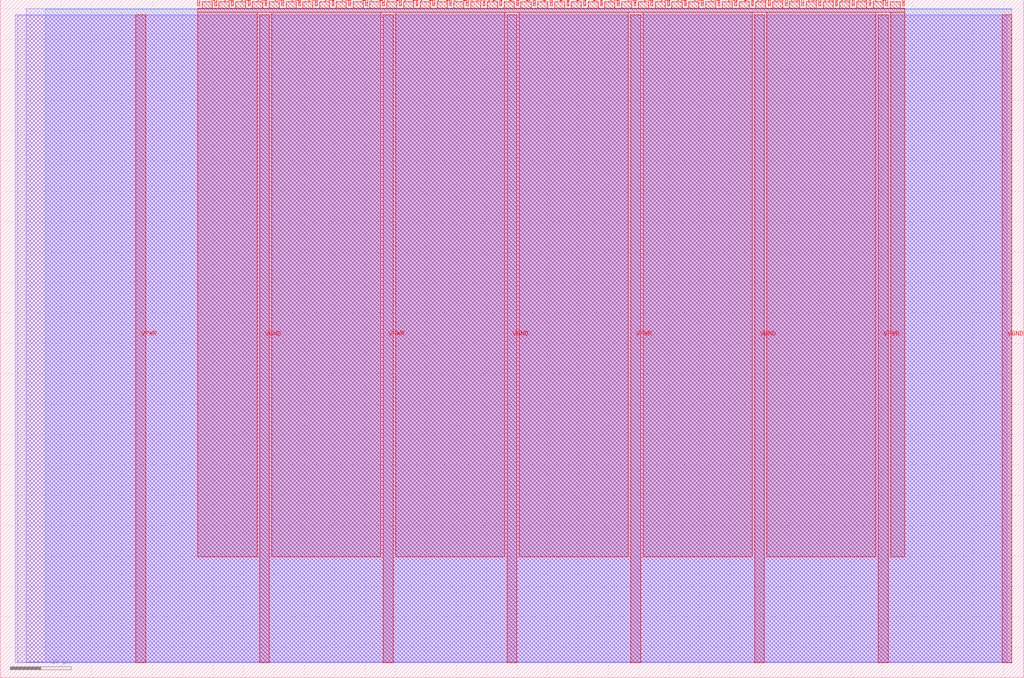
<source format=lef>
VERSION 5.7 ;
  NOWIREEXTENSIONATPIN ON ;
  DIVIDERCHAR "/" ;
  BUSBITCHARS "[]" ;
MACRO tt_um_devinatkin_stopwatch
  CLASS BLOCK ;
  FOREIGN tt_um_devinatkin_stopwatch ;
  ORIGIN 0.000 0.000 ;
  SIZE 168.360 BY 111.520 ;
  PIN VGND
    DIRECTION INOUT ;
    USE GROUND ;
    PORT
      LAYER met4 ;
        RECT 42.670 2.480 44.270 109.040 ;
    END
    PORT
      LAYER met4 ;
        RECT 83.380 2.480 84.980 109.040 ;
    END
    PORT
      LAYER met4 ;
        RECT 124.090 2.480 125.690 109.040 ;
    END
    PORT
      LAYER met4 ;
        RECT 164.800 2.480 166.400 109.040 ;
    END
  END VGND
  PIN VPWR
    DIRECTION INOUT ;
    USE POWER ;
    PORT
      LAYER met4 ;
        RECT 22.315 2.480 23.915 109.040 ;
    END
    PORT
      LAYER met4 ;
        RECT 63.025 2.480 64.625 109.040 ;
    END
    PORT
      LAYER met4 ;
        RECT 103.735 2.480 105.335 109.040 ;
    END
    PORT
      LAYER met4 ;
        RECT 144.445 2.480 146.045 109.040 ;
    END
  END VPWR
  PIN clk
    DIRECTION INPUT ;
    USE SIGNAL ;
    ANTENNAGATEAREA 0.852000 ;
    PORT
      LAYER met4 ;
        RECT 145.670 110.520 145.970 111.520 ;
    END
  END clk
  PIN ena
    DIRECTION INPUT ;
    USE SIGNAL ;
    ANTENNAGATEAREA 0.196500 ;
    PORT
      LAYER met4 ;
        RECT 148.430 110.520 148.730 111.520 ;
    END
  END ena
  PIN rst_n
    DIRECTION INPUT ;
    USE SIGNAL ;
    ANTENNAGATEAREA 0.159000 ;
    PORT
      LAYER met4 ;
        RECT 142.910 110.520 143.210 111.520 ;
    END
  END rst_n
  PIN ui_in[0]
    DIRECTION INPUT ;
    USE SIGNAL ;
    ANTENNAGATEAREA 0.196500 ;
    PORT
      LAYER met4 ;
        RECT 140.150 110.520 140.450 111.520 ;
    END
  END ui_in[0]
  PIN ui_in[1]
    DIRECTION INPUT ;
    USE SIGNAL ;
    ANTENNAGATEAREA 0.196500 ;
    PORT
      LAYER met4 ;
        RECT 137.390 110.520 137.690 111.520 ;
    END
  END ui_in[1]
  PIN ui_in[2]
    DIRECTION INPUT ;
    USE SIGNAL ;
    ANTENNAGATEAREA 0.196500 ;
    PORT
      LAYER met4 ;
        RECT 134.630 110.520 134.930 111.520 ;
    END
  END ui_in[2]
  PIN ui_in[3]
    DIRECTION INPUT ;
    USE SIGNAL ;
    ANTENNAGATEAREA 0.196500 ;
    PORT
      LAYER met4 ;
        RECT 131.870 110.520 132.170 111.520 ;
    END
  END ui_in[3]
  PIN ui_in[4]
    DIRECTION INPUT ;
    USE SIGNAL ;
    ANTENNAGATEAREA 0.196500 ;
    PORT
      LAYER met4 ;
        RECT 129.110 110.520 129.410 111.520 ;
    END
  END ui_in[4]
  PIN ui_in[5]
    DIRECTION INPUT ;
    USE SIGNAL ;
    ANTENNAGATEAREA 0.196500 ;
    PORT
      LAYER met4 ;
        RECT 126.350 110.520 126.650 111.520 ;
    END
  END ui_in[5]
  PIN ui_in[6]
    DIRECTION INPUT ;
    USE SIGNAL ;
    PORT
      LAYER met4 ;
        RECT 123.590 110.520 123.890 111.520 ;
    END
  END ui_in[6]
  PIN ui_in[7]
    DIRECTION INPUT ;
    USE SIGNAL ;
    PORT
      LAYER met4 ;
        RECT 120.830 110.520 121.130 111.520 ;
    END
  END ui_in[7]
  PIN uio_in[0]
    DIRECTION INPUT ;
    USE SIGNAL ;
    PORT
      LAYER met4 ;
        RECT 118.070 110.520 118.370 111.520 ;
    END
  END uio_in[0]
  PIN uio_in[1]
    DIRECTION INPUT ;
    USE SIGNAL ;
    PORT
      LAYER met4 ;
        RECT 115.310 110.520 115.610 111.520 ;
    END
  END uio_in[1]
  PIN uio_in[2]
    DIRECTION INPUT ;
    USE SIGNAL ;
    PORT
      LAYER met4 ;
        RECT 112.550 110.520 112.850 111.520 ;
    END
  END uio_in[2]
  PIN uio_in[3]
    DIRECTION INPUT ;
    USE SIGNAL ;
    PORT
      LAYER met4 ;
        RECT 109.790 110.520 110.090 111.520 ;
    END
  END uio_in[3]
  PIN uio_in[4]
    DIRECTION INPUT ;
    USE SIGNAL ;
    PORT
      LAYER met4 ;
        RECT 107.030 110.520 107.330 111.520 ;
    END
  END uio_in[4]
  PIN uio_in[5]
    DIRECTION INPUT ;
    USE SIGNAL ;
    PORT
      LAYER met4 ;
        RECT 104.270 110.520 104.570 111.520 ;
    END
  END uio_in[5]
  PIN uio_in[6]
    DIRECTION INPUT ;
    USE SIGNAL ;
    PORT
      LAYER met4 ;
        RECT 101.510 110.520 101.810 111.520 ;
    END
  END uio_in[6]
  PIN uio_in[7]
    DIRECTION INPUT ;
    USE SIGNAL ;
    PORT
      LAYER met4 ;
        RECT 98.750 110.520 99.050 111.520 ;
    END
  END uio_in[7]
  PIN uio_oe[0]
    DIRECTION OUTPUT TRISTATE ;
    USE SIGNAL ;
    PORT
      LAYER met4 ;
        RECT 51.830 110.520 52.130 111.520 ;
    END
  END uio_oe[0]
  PIN uio_oe[1]
    DIRECTION OUTPUT TRISTATE ;
    USE SIGNAL ;
    PORT
      LAYER met4 ;
        RECT 49.070 110.520 49.370 111.520 ;
    END
  END uio_oe[1]
  PIN uio_oe[2]
    DIRECTION OUTPUT TRISTATE ;
    USE SIGNAL ;
    PORT
      LAYER met4 ;
        RECT 46.310 110.520 46.610 111.520 ;
    END
  END uio_oe[2]
  PIN uio_oe[3]
    DIRECTION OUTPUT TRISTATE ;
    USE SIGNAL ;
    PORT
      LAYER met4 ;
        RECT 43.550 110.520 43.850 111.520 ;
    END
  END uio_oe[3]
  PIN uio_oe[4]
    DIRECTION OUTPUT TRISTATE ;
    USE SIGNAL ;
    PORT
      LAYER met4 ;
        RECT 40.790 110.520 41.090 111.520 ;
    END
  END uio_oe[4]
  PIN uio_oe[5]
    DIRECTION OUTPUT TRISTATE ;
    USE SIGNAL ;
    PORT
      LAYER met4 ;
        RECT 38.030 110.520 38.330 111.520 ;
    END
  END uio_oe[5]
  PIN uio_oe[6]
    DIRECTION OUTPUT TRISTATE ;
    USE SIGNAL ;
    PORT
      LAYER met4 ;
        RECT 35.270 110.520 35.570 111.520 ;
    END
  END uio_oe[6]
  PIN uio_oe[7]
    DIRECTION OUTPUT TRISTATE ;
    USE SIGNAL ;
    PORT
      LAYER met4 ;
        RECT 32.510 110.520 32.810 111.520 ;
    END
  END uio_oe[7]
  PIN uio_out[0]
    DIRECTION OUTPUT TRISTATE ;
    USE SIGNAL ;
    ANTENNADIFFAREA 0.445500 ;
    PORT
      LAYER met4 ;
        RECT 73.910 110.520 74.210 111.520 ;
    END
  END uio_out[0]
  PIN uio_out[1]
    DIRECTION OUTPUT TRISTATE ;
    USE SIGNAL ;
    ANTENNADIFFAREA 0.445500 ;
    PORT
      LAYER met4 ;
        RECT 71.150 110.520 71.450 111.520 ;
    END
  END uio_out[1]
  PIN uio_out[2]
    DIRECTION OUTPUT TRISTATE ;
    USE SIGNAL ;
    ANTENNADIFFAREA 0.445500 ;
    PORT
      LAYER met4 ;
        RECT 68.390 110.520 68.690 111.520 ;
    END
  END uio_out[2]
  PIN uio_out[3]
    DIRECTION OUTPUT TRISTATE ;
    USE SIGNAL ;
    ANTENNADIFFAREA 0.445500 ;
    PORT
      LAYER met4 ;
        RECT 65.630 110.520 65.930 111.520 ;
    END
  END uio_out[3]
  PIN uio_out[4]
    DIRECTION OUTPUT TRISTATE ;
    USE SIGNAL ;
    PORT
      LAYER met4 ;
        RECT 62.870 110.520 63.170 111.520 ;
    END
  END uio_out[4]
  PIN uio_out[5]
    DIRECTION OUTPUT TRISTATE ;
    USE SIGNAL ;
    PORT
      LAYER met4 ;
        RECT 60.110 110.520 60.410 111.520 ;
    END
  END uio_out[5]
  PIN uio_out[6]
    DIRECTION OUTPUT TRISTATE ;
    USE SIGNAL ;
    PORT
      LAYER met4 ;
        RECT 57.350 110.520 57.650 111.520 ;
    END
  END uio_out[6]
  PIN uio_out[7]
    DIRECTION OUTPUT TRISTATE ;
    USE SIGNAL ;
    PORT
      LAYER met4 ;
        RECT 54.590 110.520 54.890 111.520 ;
    END
  END uio_out[7]
  PIN uo_out[0]
    DIRECTION OUTPUT TRISTATE ;
    USE SIGNAL ;
    ANTENNADIFFAREA 1.593000 ;
    PORT
      LAYER met4 ;
        RECT 95.990 110.520 96.290 111.520 ;
    END
  END uo_out[0]
  PIN uo_out[1]
    DIRECTION OUTPUT TRISTATE ;
    USE SIGNAL ;
    ANTENNADIFFAREA 1.593000 ;
    PORT
      LAYER met4 ;
        RECT 93.230 110.520 93.530 111.520 ;
    END
  END uo_out[1]
  PIN uo_out[2]
    DIRECTION OUTPUT TRISTATE ;
    USE SIGNAL ;
    ANTENNADIFFAREA 1.593000 ;
    PORT
      LAYER met4 ;
        RECT 90.470 110.520 90.770 111.520 ;
    END
  END uo_out[2]
  PIN uo_out[3]
    DIRECTION OUTPUT TRISTATE ;
    USE SIGNAL ;
    ANTENNADIFFAREA 1.593000 ;
    PORT
      LAYER met4 ;
        RECT 87.710 110.520 88.010 111.520 ;
    END
  END uo_out[3]
  PIN uo_out[4]
    DIRECTION OUTPUT TRISTATE ;
    USE SIGNAL ;
    ANTENNADIFFAREA 1.593000 ;
    PORT
      LAYER met4 ;
        RECT 84.950 110.520 85.250 111.520 ;
    END
  END uo_out[4]
  PIN uo_out[5]
    DIRECTION OUTPUT TRISTATE ;
    USE SIGNAL ;
    ANTENNADIFFAREA 1.593000 ;
    PORT
      LAYER met4 ;
        RECT 82.190 110.520 82.490 111.520 ;
    END
  END uo_out[5]
  PIN uo_out[6]
    DIRECTION OUTPUT TRISTATE ;
    USE SIGNAL ;
    ANTENNADIFFAREA 1.593000 ;
    PORT
      LAYER met4 ;
        RECT 79.430 110.520 79.730 111.520 ;
    END
  END uo_out[6]
  PIN uo_out[7]
    DIRECTION OUTPUT TRISTATE ;
    USE SIGNAL ;
    PORT
      LAYER met4 ;
        RECT 76.670 110.520 76.970 111.520 ;
    END
  END uo_out[7]
  OBS
      LAYER li1 ;
        RECT 2.760 2.635 165.600 108.885 ;
      LAYER met1 ;
        RECT 2.460 2.480 166.400 109.040 ;
      LAYER met2 ;
        RECT 4.240 2.535 166.370 110.005 ;
      LAYER met3 ;
        RECT 7.425 2.555 166.390 109.985 ;
      LAYER met4 ;
        RECT 33.210 110.120 34.870 111.170 ;
        RECT 35.970 110.120 37.630 111.170 ;
        RECT 38.730 110.120 40.390 111.170 ;
        RECT 41.490 110.120 43.150 111.170 ;
        RECT 44.250 110.120 45.910 111.170 ;
        RECT 47.010 110.120 48.670 111.170 ;
        RECT 49.770 110.120 51.430 111.170 ;
        RECT 52.530 110.120 54.190 111.170 ;
        RECT 55.290 110.120 56.950 111.170 ;
        RECT 58.050 110.120 59.710 111.170 ;
        RECT 60.810 110.120 62.470 111.170 ;
        RECT 63.570 110.120 65.230 111.170 ;
        RECT 66.330 110.120 67.990 111.170 ;
        RECT 69.090 110.120 70.750 111.170 ;
        RECT 71.850 110.120 73.510 111.170 ;
        RECT 74.610 110.120 76.270 111.170 ;
        RECT 77.370 110.120 79.030 111.170 ;
        RECT 80.130 110.120 81.790 111.170 ;
        RECT 82.890 110.120 84.550 111.170 ;
        RECT 85.650 110.120 87.310 111.170 ;
        RECT 88.410 110.120 90.070 111.170 ;
        RECT 91.170 110.120 92.830 111.170 ;
        RECT 93.930 110.120 95.590 111.170 ;
        RECT 96.690 110.120 98.350 111.170 ;
        RECT 99.450 110.120 101.110 111.170 ;
        RECT 102.210 110.120 103.870 111.170 ;
        RECT 104.970 110.120 106.630 111.170 ;
        RECT 107.730 110.120 109.390 111.170 ;
        RECT 110.490 110.120 112.150 111.170 ;
        RECT 113.250 110.120 114.910 111.170 ;
        RECT 116.010 110.120 117.670 111.170 ;
        RECT 118.770 110.120 120.430 111.170 ;
        RECT 121.530 110.120 123.190 111.170 ;
        RECT 124.290 110.120 125.950 111.170 ;
        RECT 127.050 110.120 128.710 111.170 ;
        RECT 129.810 110.120 131.470 111.170 ;
        RECT 132.570 110.120 134.230 111.170 ;
        RECT 135.330 110.120 136.990 111.170 ;
        RECT 138.090 110.120 139.750 111.170 ;
        RECT 140.850 110.120 142.510 111.170 ;
        RECT 143.610 110.120 145.270 111.170 ;
        RECT 146.370 110.120 148.030 111.170 ;
        RECT 32.495 109.440 148.745 110.120 ;
        RECT 32.495 19.895 42.270 109.440 ;
        RECT 44.670 19.895 62.625 109.440 ;
        RECT 65.025 19.895 82.980 109.440 ;
        RECT 85.380 19.895 103.335 109.440 ;
        RECT 105.735 19.895 123.690 109.440 ;
        RECT 126.090 19.895 144.045 109.440 ;
        RECT 146.445 19.895 148.745 109.440 ;
  END
END tt_um_devinatkin_stopwatch
END LIBRARY


</source>
